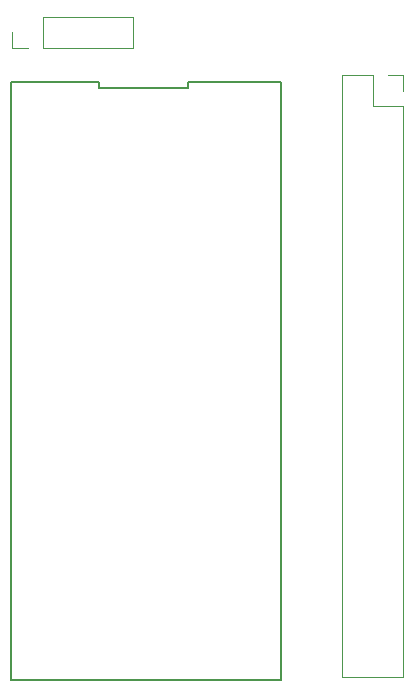
<source format=gbr>
G04 #@! TF.FileFunction,Legend,Top*
%FSLAX46Y46*%
G04 Gerber Fmt 4.6, Leading zero omitted, Abs format (unit mm)*
G04 Created by KiCad (PCBNEW 4.0.7-e2-6376~58~ubuntu16.04.1) date Tue Oct 31 15:03:55 2017*
%MOMM*%
%LPD*%
G01*
G04 APERTURE LIST*
%ADD10C,0.100000*%
%ADD11C,0.150000*%
%ADD12C,0.120000*%
G04 APERTURE END LIST*
D10*
D11*
X100808000Y-86657000D02*
X100808000Y-137287000D01*
X123728000Y-137287000D02*
X123728000Y-86657000D01*
X100808000Y-137287000D02*
X123728000Y-137287000D01*
X123728000Y-86657000D02*
X115821333Y-86657000D01*
X115821333Y-86657000D02*
X115821333Y-87107000D01*
X115821333Y-87107000D02*
X108314667Y-87107000D01*
X108314667Y-87107000D02*
X108314667Y-86657000D01*
X108314667Y-86657000D02*
X100808000Y-86657000D01*
D12*
X134045000Y-88646000D02*
X134045000Y-136966000D01*
X134045000Y-136966000D02*
X128845000Y-136966000D01*
X128845000Y-136966000D02*
X128845000Y-86046000D01*
X128845000Y-86046000D02*
X131445000Y-86046000D01*
X131445000Y-86046000D02*
X131445000Y-88646000D01*
X131445000Y-88646000D02*
X134045000Y-88646000D01*
X134045000Y-87376000D02*
X134045000Y-86046000D01*
X134045000Y-86046000D02*
X132775000Y-86046000D01*
X103505000Y-83753000D02*
X111185000Y-83753000D01*
X111185000Y-83753000D02*
X111185000Y-81093000D01*
X111185000Y-81093000D02*
X103505000Y-81093000D01*
X103505000Y-81093000D02*
X103505000Y-83753000D01*
X102235000Y-83753000D02*
X100905000Y-83753000D01*
X100905000Y-83753000D02*
X100905000Y-82423000D01*
M02*

</source>
